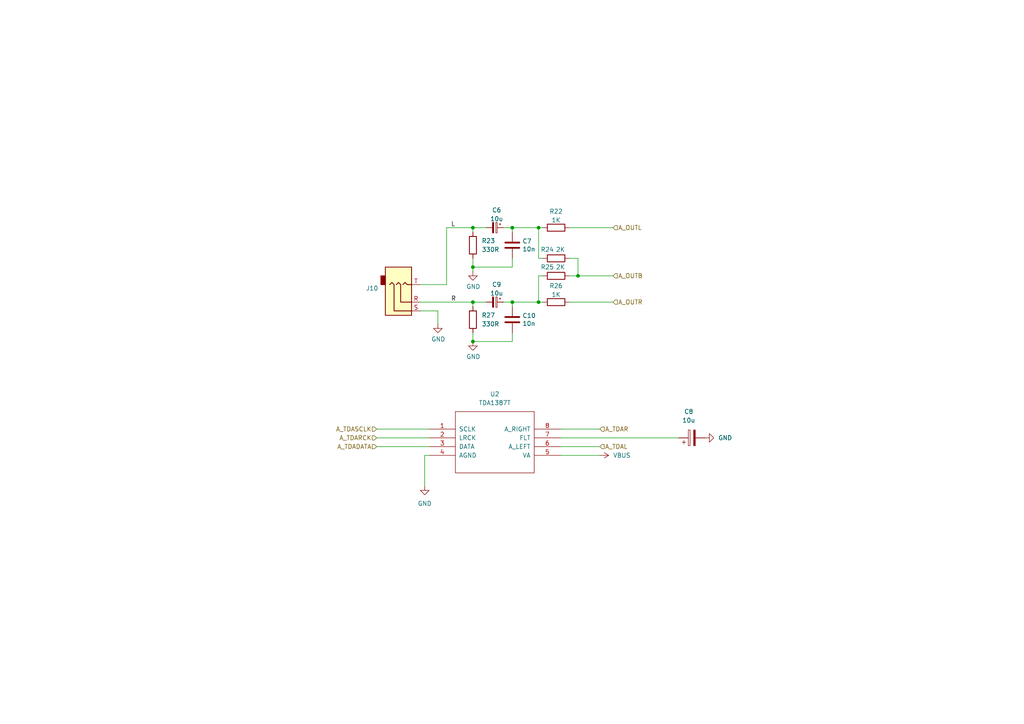
<source format=kicad_sch>
(kicad_sch (version 20250114) (generator "eeschema") (generator_version "9.0")
  (paper "A4")
  (title_block (title "FRANK M2") (date "2025-03-16") (rev "1.03") (company "Mikhail Matveev") (comment 1 "https://github.com/xtremespb/frank"))
  (lib_symbols
    (symbol "Device:C" (pin_numbers (hide yes)) (pin_names (offset 0.254))
      (property "Reference" "C" (at 0.635 2.54 0))
      (property "Value" "C" (at 0.635 -2.54 0))
      (symbol "C_0_1"
        (polyline (pts (xy -2.032 0.762) (xy 2.032 0.762)) (stroke (width 0.508)))
        (polyline (pts (xy -2.032 -0.762) (xy 2.032 -0.762)) (stroke (width 0.508)))
      )
      (symbol "C_1_1"
        (pin passive line (at 0 3.81 270) (length 2.794) (name "~") (number "1"))
        (pin passive line (at 0 -3.81 90) (length 2.794) (name "~") (number "2"))
      )
    )
    (symbol "Device:C_Polarized" (pin_numbers (hide yes)) (pin_names (offset 0.254))
      (property "Reference" "C" (at 0.635 2.54 0))
      (property "Value" "C_Polarized" (at 0.635 -2.54 0))
      (symbol "C_Polarized_0_1"
        (rectangle (start -2.286 0.508) (end 2.286 1.016))
        (polyline (pts (xy -1.778 2.286) (xy -0.762 2.286)))
        (polyline (pts (xy -1.27 2.794) (xy -1.27 1.778)))
        (rectangle (start 2.286 -0.508) (end -2.286 -1.016) (fill (type outline)))
      )
      (symbol "C_Polarized_1_1"
        (pin passive line (at 0 3.81 270) (length 2.794) (name "~") (number "1"))
        (pin passive line (at 0 -3.81 90) (length 2.794) (name "~") (number "2"))
      )
    )
    (symbol "Device:C_Polarized_Small" (pin_numbers (hide yes)) (pin_names (offset 0.254) (hide yes))
      (property "Reference" "C" (at 0.254 1.778 0))
      (property "Value" "C_Polarized_Small" (at 0.254 -2.032 0))
      (symbol "C_Polarized_Small_0_1"
        (rectangle (start -1.524 0.6858) (end 1.524 0.3048))
        (rectangle (start -1.524 -0.3048) (end 1.524 -0.6858) (fill (type outline)))
        (polyline (pts (xy -1.27 1.524) (xy -0.762 1.524)))
        (polyline (pts (xy -1.016 1.27) (xy -1.016 1.778)))
      )
      (symbol "C_Polarized_Small_1_1"
        (pin passive line (at 0 2.54 270) (length 1.8542) (name "~") (number "1"))
        (pin passive line (at 0 -2.54 90) (length 1.8542) (name "~") (number "2"))
      )
    )
    (symbol "Device:R" (pin_numbers (hide yes)) (pin_names (offset 0))
      (property "Reference" "R" (at 2.032 0 90))
      (property "Value" "R" (at 0 0 90))
      (symbol "R_0_1"
        (rectangle (start -1.016 -2.54) (end 1.016 2.54) (stroke (width 0.254)))
      )
      (symbol "R_1_1"
        (pin passive line (at 0 3.81 270) (length 1.27) (name "~") (number "1"))
        (pin passive line (at 0 -3.81 90) (length 1.27) (name "~") (number "2"))
      )
    )
    (symbol "FRANK:AudioJack_3.5mm"
      (property "Reference" "AJ2" (at -7.1119 -4.0097 0))
      (symbol "AudioJack_3.5mm_0_1"
        (rectangle (start -5.08 -5.08) (end -6.35 -7.62) (stroke (width 0.254)) (fill (type outline)))
        (polyline (pts (xy -1.905 -5.08) (xy -1.27 -5.715) (xy -0.635 -5.08) (xy -0.635 0) (xy 2.54 0)) (stroke (width 0.254)))
        (polyline (pts (xy 0 -5.08) (xy 0.635 -5.715) (xy 1.27 -5.08) (xy 2.54 -5.08)) (stroke (width 0.254)))
        (rectangle (start 2.54 3.81) (end -5.08 -10.16) (stroke (width 0.254)) (fill (type background)))
        (polyline (pts (xy 2.54 2.54) (xy -2.54 2.54) (xy -2.54 -5.08) (xy -3.175 -5.715) (xy -3.81 -5.08)) (stroke (width 0.254)))
      )
      (symbol "AudioJack_3.5mm_1_1"
        (pin passive line (at 5.08 2.54 180) (length 2.54) (name "~") (number "S"))
        (pin passive line (at 5.08 0 180) (length 2.54) (name "~") (number "R"))
        (pin passive line (at 5.08 -5.08 180) (length 2.54) (name "~") (number "T"))
      )
    )
    (symbol "FRANK:TDA1387T" (pin_names (offset 1.016))
      (property "Reference" "TDA1" (at 0 13.97 0))
      (property "Value" "TDA1387T" (at 0 11.43 0))
      (symbol "TDA1387T_1_0"
        (rectangle (start -11.43 -8.89) (end 11.43 8.89))
      )
      (symbol "TDA1387T_1_1"
        (pin input line (at -19.05 3.81 0) (length 7.62) (name "SCLK") (number "1"))
        (pin input line (at -19.05 1.27 0) (length 7.62) (name "LRCK") (number "2"))
        (pin input line (at -19.05 -1.27 0) (length 7.62) (name "DATA") (number "3"))
        (pin input line (at -19.05 -3.81 0) (length 7.62) (name "AGND") (number "4"))
        (pin input line (at 19.05 3.81 180) (length 7.62) (name "A_RIGHT") (number "8"))
        (pin input line (at 19.05 1.27 180) (length 7.62) (name "FLT") (number "7"))
        (pin input line (at 19.05 -1.27 180) (length 7.62) (name "A_LEFT") (number "6"))
        (pin input line (at 19.05 -3.81 180) (length 7.62) (name "VA") (number "5"))
      )
    )
    (symbol "GND_1" (power) (pin_numbers (hide yes)) (pin_names (offset 0) (hide yes))
      (property "Value" "GND" (at 0 -3.81 0))
      (symbol "GND_1_0_1"
        (polyline (pts (xy 0 0) (xy 0 -1.27) (xy 1.27 -1.27) (xy 0 -2.54) (xy -1.27 -1.27) (xy 0 -1.27)))
      )
      (symbol "GND_1_1_1"
        (pin power_in line (at 0 0 270) (length 0) (name "~") (number "1"))
      )
    )
    (symbol "GND_2" (power) (pin_numbers (hide yes)) (pin_names (offset 0) (hide yes))
      (property "Value" "GND" (at 0 -3.81 0))
      (symbol "GND_2_0_1"
        (polyline (pts (xy 0 0) (xy 0 -1.27) (xy 1.27 -1.27) (xy 0 -2.54) (xy -1.27 -1.27) (xy 0 -1.27)))
      )
      (symbol "GND_2_1_1"
        (pin power_in line (at 0 0 270) (length 0) (name "~") (number "1"))
      )
    )
    (symbol "GND_3" (power) (pin_numbers (hide yes)) (pin_names (offset 0) (hide yes))
      (property "Value" "GND" (at 0 -3.81 0))
      (symbol "GND_3_0_1"
        (polyline (pts (xy 0 0) (xy 0 -1.27) (xy 1.27 -1.27) (xy 0 -2.54) (xy -1.27 -1.27) (xy 0 -1.27)))
      )
      (symbol "GND_3_1_1"
        (pin power_in line (at 0 0 270) (length 0) (name "~") (number "1"))
      )
    )
    (symbol "GND_6" (power) (pin_numbers (hide yes)) (pin_names (offset 0) (hide yes))
      (property "Value" "GND" (at 0 -3.81 0))
      (symbol "GND_6_0_1"
        (polyline (pts (xy 0 0) (xy 0 -1.27) (xy 1.27 -1.27) (xy 0 -2.54) (xy -1.27 -1.27) (xy 0 -1.27)))
      )
      (symbol "GND_6_1_1"
        (pin power_in line (at 0 0 270) (length 0) (name "~") (number "1"))
      )
    )
    (symbol "power:GND" (power) (pin_numbers (hide yes)) (pin_names (offset 0) (hide yes))
      (property "Value" "GND" (at 0 -3.81 0))
      (symbol "GND_0_1"
        (polyline (pts (xy 0 0) (xy 0 -1.27) (xy 1.27 -1.27) (xy 0 -2.54) (xy -1.27 -1.27) (xy 0 -1.27)))
      )
      (symbol "GND_1_1"
        (pin power_in line (at 0 0 270) (length 0) (name "~") (number "1"))
      )
    )
    (symbol "power:VBUS" (power) (pin_numbers (hide yes)) (pin_names (offset 0) (hide yes))
      (property "Value" "VBUS" (at 0 3.556 0))
      (symbol "VBUS_0_1"
        (polyline (pts (xy -0.762 1.27) (xy 0 2.54)))
        (polyline (pts (xy 0 2.54) (xy 0.762 1.27)))
        (polyline (pts (xy 0 0) (xy 0 2.54)))
      )
      (symbol "VBUS_1_1"
        (pin power_in line (at 0 0 90) (length 0) (name "~") (number "1"))
      )
    )
  )
  (junction (at 137.16 66.04))
  (junction (at 156.21 87.63))
  (junction (at 137.16 77.47))
  (junction (at 167.64 80.01))
  (junction (at 137.16 99.06))
  (junction (at 148.59 87.63))
  (junction (at 137.16 87.63))
  (junction (at 156.21 66.04))
  (junction (at 148.59 66.04))
  (wire (pts (xy 148.59 87.63) (xy 156.21 87.63)))
  (wire (pts (xy 148.59 87.63) (xy 146.05 87.63)))
  (wire (pts (xy 148.59 66.04) (xy 156.21 66.04)))
  (wire (pts (xy 129.54 66.04) (xy 137.16 66.04)))
  (wire (pts (xy 109.22 124.46) (xy 124.46 124.46)))
  (wire (pts (xy 157.48 80.01) (xy 156.21 80.01)))
  (wire (pts (xy 148.59 99.06) (xy 137.16 99.06)))
  (wire (pts (xy 121.92 90.17) (xy 127 90.17)))
  (wire (pts (xy 137.16 74.93) (xy 137.16 77.47)))
  (wire (pts (xy 156.21 87.63) (xy 157.48 87.63)))
  (wire (pts (xy 148.59 77.47) (xy 137.16 77.47)))
  (wire (pts (xy 148.59 66.04) (xy 146.05 66.04)))
  (wire (pts (xy 121.92 82.55) (xy 129.54 82.55)))
  (wire (pts (xy 162.56 129.54) (xy 173.99 129.54)))
  (wire (pts (xy 121.92 87.63) (xy 137.16 87.63)))
  (wire (pts (xy 109.22 129.54) (xy 124.46 129.54)))
  (wire (pts (xy 156.21 66.04) (xy 157.48 66.04)))
  (wire (pts (xy 140.97 87.63) (xy 137.16 87.63)))
  (wire (pts (xy 167.64 80.01) (xy 165.1 80.01)))
  (wire (pts (xy 148.59 67.31) (xy 148.59 66.04)))
  (wire (pts (xy 148.59 74.93) (xy 148.59 77.47)))
  (wire (pts (xy 157.48 74.93) (xy 156.21 74.93)))
  (wire (pts (xy 162.56 132.08) (xy 173.99 132.08)))
  (wire (pts (xy 137.16 66.04) (xy 137.16 67.31)))
  (wire (pts (xy 137.16 77.47) (xy 137.16 78.74)))
  (wire (pts (xy 162.56 124.46) (xy 173.99 124.46)))
  (wire (pts (xy 165.1 66.04) (xy 177.8 66.04)))
  (wire (pts (xy 137.16 87.63) (xy 137.16 88.9)))
  (wire (pts (xy 165.1 74.93) (xy 167.64 74.93)))
  (wire (pts (xy 165.1 87.63) (xy 177.8 87.63)))
  (wire (pts (xy 162.56 127) (xy 196.85 127)))
  (wire (pts (xy 129.54 66.04) (xy 129.54 82.55)))
  (wire (pts (xy 137.16 96.52) (xy 137.16 99.06)))
  (wire (pts (xy 167.64 80.01) (xy 177.8 80.01)))
  (wire (pts (xy 167.64 74.93) (xy 167.64 80.01)))
  (wire (pts (xy 148.59 96.52) (xy 148.59 99.06)))
  (wire (pts (xy 127 90.17) (xy 127 93.98)))
  (wire (pts (xy 140.97 66.04) (xy 137.16 66.04)))
  (wire (pts (xy 148.59 88.9) (xy 148.59 87.63)))
  (wire (pts (xy 124.46 132.08) (xy 123.19 132.08)))
  (wire (pts (xy 109.22 127) (xy 124.46 127)))
  (wire (pts (xy 156.21 80.01) (xy 156.21 87.63)))
  (wire (pts (xy 123.19 132.08) (xy 123.19 140.97)))
  (wire (pts (xy 156.21 66.04) (xy 156.21 74.93)))
  (label "L" (at 130.81 66.04 0))
  (label "R" (at 130.81 87.63 0))
  (hierarchical_label "A_OUTL" (shape input) (at 177.8 66.04 0))
  (hierarchical_label "A_OUTB" (shape input) (at 177.8 80.01 0))
  (hierarchical_label "A_TDAL" (shape input) (at 173.99 129.54 0))
  (hierarchical_label "A_TDASCLK" (shape input) (at 109.22 124.46 180))
  (hierarchical_label "A_TDAR" (shape input) (at 173.99 124.46 0))
  (hierarchical_label "A_TDARCK" (shape input) (at 109.22 127 180))
  (hierarchical_label "A_OUTR" (shape input) (at 177.8 87.63 0))
  (hierarchical_label "A_TDADATA" (shape input) (at 109.22 129.54 180))
  (symbol (lib_id "power:GND") (at 123.19 140.97 0) (unit 1)
    (property "Reference" "#PWR043" (effects (hide yes)))
    (property "Value" "GND" (at 123.19 146.05 0))
    (property "Description" "Power symbol creates a global label with name \"GND\" , ground" (effects (hide yes)))
  )
  (symbol (lib_id "Device:R") (at 161.29 74.93 90) (unit 1)
    (property "Reference" "R24" (at 158.75 72.39 90))
    (property "Value" "2K" (at 162.56 72.39 90))
    (property "Footprint" "FRANK:Resistor (0805)" (effects (hide yes)))
    (property "Datasheet" "https://www.vishay.com/docs/28952/mcs0402at-mct0603at-mcu0805at-mca1206at.pdf" (effects (hide yes)))
    (property "AliExpress" "https://www.aliexpress.com/item/1005005945735199.html" (effects (hide yes)))
  )
  (symbol (lib_id "Device:C_Polarized_Small") (at 143.51 87.63 270) (unit 1)
    (property "Reference" "C9" (at 144.0561 82.5332 90))
    (property "Value" "10u" (at 144.0561 85.0701 90))
    (property "Footprint" "FRANK:Capacitor (3528, tantalum, polar)" (effects (hide yes)))
    (property "Datasheet" "https://eu.mouser.com/datasheet/2/447/KEM_T2005_T491-3316937.pdf" (effects (hide yes)))
    (property "AliExpress" "https://www.aliexpress.com/item/1005006870280809.html" (effects (hide yes)))
  )
  (symbol (lib_id "Device:C_Polarized") (at 200.66 127 90) (unit 1)
    (property "Reference" "C8" (at 199.771 119.38 90))
    (property "Value" "10u" (at 199.771 121.92 90))
    (property "Footprint" "FRANK:Capacitor (3528, tantalum, polar)" (effects (hide yes)))
    (property "Datasheet" "https://eu.mouser.com/datasheet/2/447/KEM_T2005_T491-3316937.pdf" (effects (hide yes)))
    (property "Description" "Polarized capacitor" (effects (hide yes)))
    (property "AliExpress" "https://www.aliexpress.com/item/1005006870280809.html" (effects (hide yes)))
  )
  (symbol (lib_id "Device:R") (at 161.29 87.63 90) (unit 1)
    (property "Reference" "R26" (at 161.29 82.9142 90))
    (property "Value" "1K" (at 161.29 85.4511 90))
    (property "Footprint" "FRANK:Resistor (0805)" (effects (hide yes)))
    (property "Datasheet" "https://www.vishay.com/docs/28952/mcs0402at-mct0603at-mcu0805at-mca1206at.pdf" (effects (hide yes)))
    (property "AliExpress" "https://www.aliexpress.com/item/1005005945735199.html" (effects (hide yes)))
  )
  (symbol (lib_id "Device:R") (at 137.16 92.71 0) (unit 1)
    (property "Reference" "R27" (at 139.7 91.4399 0) (effects (justify left)))
    (property "Value" "330R" (at 139.7 93.9799 0) (effects (justify left)))
    (property "Footprint" "FRANK:Resistor (0805)" (effects (hide yes)))
    (property "Datasheet" "https://www.vishay.com/docs/28952/mcs0402at-mct0603at-mcu0805at-mca1206at.pdf" (effects (hide yes)))
    (property "AliExpress" "https://www.aliexpress.com/item/1005005945735199.html" (effects (hide yes)))
  )
  (symbol (lib_id "Device:R") (at 161.29 80.01 90) (unit 1)
    (property "Reference" "R25" (at 158.75 77.47 90))
    (property "Value" "2K" (at 162.56 77.47 90))
    (property "Footprint" "FRANK:Resistor (0805)" (effects (hide yes)))
    (property "Datasheet" "https://www.vishay.com/docs/28952/mcs0402at-mct0603at-mcu0805at-mca1206at.pdf" (effects (hide yes)))
    (property "AliExpress" "https://www.aliexpress.com/item/1005005945735199.html" (effects (hide yes)))
  )
  (symbol (lib_name "GND_3") (lib_id "power:GND") (at 137.16 78.74 0) (unit 1)
    (property "Reference" "#PWR041" (effects (hide yes)))
    (property "Value" "GND" (at 137.287 83.1342 0))
    (property "Description" "Power symbol creates a global label with name \"GND\" , ground" (effects (hide yes)))
  )
  (symbol (lib_id "Device:R") (at 161.29 66.04 90) (unit 1)
    (property "Reference" "R22" (at 161.29 61.3242 90))
    (property "Value" "1K" (at 161.29 63.8611 90))
    (property "Footprint" "FRANK:Resistor (0805)" (effects (hide yes)))
    (property "Datasheet" "https://www.vishay.com/docs/28952/mcs0402at-mct0603at-mcu0805at-mca1206at.pdf" (effects (hide yes)))
    (property "AliExpress" "https://www.aliexpress.com/item/1005005945735199.html" (effects (hide yes)))
  )
  (symbol (lib_id "FRANK:TDA1387T") (at 143.51 128.27 0) (unit 1)
    (property "Reference" "U2" (at 143.51 114.3 0))
    (property "Value" "TDA1387T" (at 143.51 116.84 0))
    (property "Footprint" "FRANK:SO-8" (effects (hide yes)))
    (property "Datasheet" "https://github.com/xtremespb/frank/raw/refs/heads/minifrank_rev2/DOCS/TDA1387T.pdf" (effects (hide yes)))
    (property "AliExpress" "https://www.aliexpress.com/item/32995595000.html" (effects (hide yes)))
  )
  (symbol (lib_name "GND_6") (lib_id "power:GND") (at 204.47 127 90) (unit 1)
    (property "Reference" "#PWR040" (effects (hide yes)))
    (property "Value" "GND" (at 208.28 126.9999 90) (effects (justify right)))
    (property "Description" "Power symbol creates a global label with name \"GND\" , ground" (effects (hide yes)))
  )
  (symbol (lib_id "FRANK:AudioJack_3.5mm") (at 116.84 87.63 0) (mirror x) (unit 1)
    (property "Reference" "J10" (at 109.7281 83.6203 0) (effects (justify right)))
    (property "Value" "SJ1-353XNG" (effects (hide yes)))
    (property "Footprint" "FRANK:Jack (3.5mm)" (effects (hide yes)))
    (property "AliExpress" "https://www.aliexpress.com/item/1005006710837751.html" (effects (hide yes)))
  )
  (symbol (lib_id "power:VBUS") (at 173.99 132.08 270) (unit 1)
    (property "Reference" "#PWR042" (effects (hide yes)))
    (property "Value" "VBUS" (at 177.8 132.0799 90) (effects (justify left)))
    (property "Description" "Power symbol creates a global label with name \"VBUS\"" (effects (hide yes)))
  )
  (symbol (lib_id "Device:C") (at 148.59 92.71 0) (unit 1)
    (property "Reference" "C10" (at 151.511 91.5416 0) (effects (justify left)))
    (property "Value" "10n" (at 151.511 93.853 0) (effects (justify left)))
    (property "Footprint" "FRANK:Capacitor (0805)" (effects (hide yes)))
    (property "Datasheet" "https://eu.mouser.com/datasheet/2/40/KGM_X7R-3223212.pdf" (effects (hide yes)))
    (property "AliExpress" "https://www.aliexpress.com/item/33008008276.html" (effects (hide yes)))
  )
  (symbol (lib_id "Device:C") (at 148.59 71.12 0) (unit 1)
    (property "Reference" "C7" (at 151.511 69.9516 0) (effects (justify left)))
    (property "Value" "10n" (at 151.511 72.263 0) (effects (justify left)))
    (property "Footprint" "FRANK:Capacitor (0805)" (effects (hide yes)))
    (property "Datasheet" "https://eu.mouser.com/datasheet/2/40/KGM_X7R-3223212.pdf" (effects (hide yes)))
    (property "AliExpress" "https://www.aliexpress.com/item/33008008276.html" (effects (hide yes)))
  )
  (symbol (lib_id "Device:C_Polarized_Small") (at 143.51 66.04 270) (unit 1)
    (property "Reference" "C6" (at 144.0561 60.9432 90))
    (property "Value" "10u" (at 144.0561 63.4801 90))
    (property "Footprint" "FRANK:Capacitor (3528, tantalum, polar)" (effects (hide yes)))
    (property "Datasheet" "https://eu.mouser.com/datasheet/2/447/KEM_T2005_T491-3316937.pdf" (effects (hide yes)))
    (property "AliExpress" "https://www.aliexpress.com/item/1005006870280809.html" (effects (hide yes)))
  )
  (symbol (lib_name "GND_2") (lib_id "power:GND") (at 137.16 99.06 0) (unit 1)
    (property "Reference" "#PWR045" (effects (hide yes)))
    (property "Value" "GND" (at 137.287 103.4542 0))
    (property "Description" "Power symbol creates a global label with name \"GND\" , ground" (effects (hide yes)))
  )
  (symbol (lib_id "Device:R") (at 137.16 71.12 0) (unit 1)
    (property "Reference" "R23" (at 139.7 69.8499 0) (effects (justify left)))
    (property "Value" "330R" (at 139.7 72.3899 0) (effects (justify left)))
    (property "Footprint" "FRANK:Resistor (0805)" (effects (hide yes)))
    (property "Datasheet" "https://www.vishay.com/docs/28952/mcs0402at-mct0603at-mcu0805at-mca1206at.pdf" (effects (hide yes)))
    (property "AliExpress" "https://www.aliexpress.com/item/1005005945735199.html" (effects (hide yes)))
  )
  (symbol (lib_name "GND_1") (lib_id "power:GND") (at 127 93.98 0) (unit 1)
    (property "Reference" "#PWR044" (effects (hide yes)))
    (property "Value" "GND" (at 127.127 98.3742 0))
    (property "Description" "Power symbol creates a global label with name \"GND\" , ground" (effects (hide yes)))
  )
)
</source>
